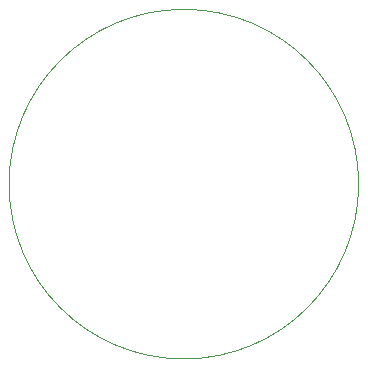
<source format=gm1>
G04 #@! TF.GenerationSoftware,KiCad,Pcbnew,8.0.6*
G04 #@! TF.CreationDate,2025-05-06T14:47:19+02:00*
G04 #@! TF.ProjectId,nRF5340,6e524635-3334-4302-9e6b-696361645f70,rev?*
G04 #@! TF.SameCoordinates,Original*
G04 #@! TF.FileFunction,Profile,NP*
%FSLAX46Y46*%
G04 Gerber Fmt 4.6, Leading zero omitted, Abs format (unit mm)*
G04 Created by KiCad (PCBNEW 8.0.6) date 2025-05-06 14:47:19*
%MOMM*%
%LPD*%
G01*
G04 APERTURE LIST*
G04 #@! TA.AperFunction,Profile*
%ADD10C,0.050000*%
G04 #@! TD*
G04 APERTURE END LIST*
D10*
X195197502Y-61527499D02*
G75*
G02*
X165597502Y-61527499I-14800000J0D01*
G01*
X165597502Y-61527499D02*
G75*
G02*
X195197502Y-61527499I14800000J0D01*
G01*
M02*

</source>
